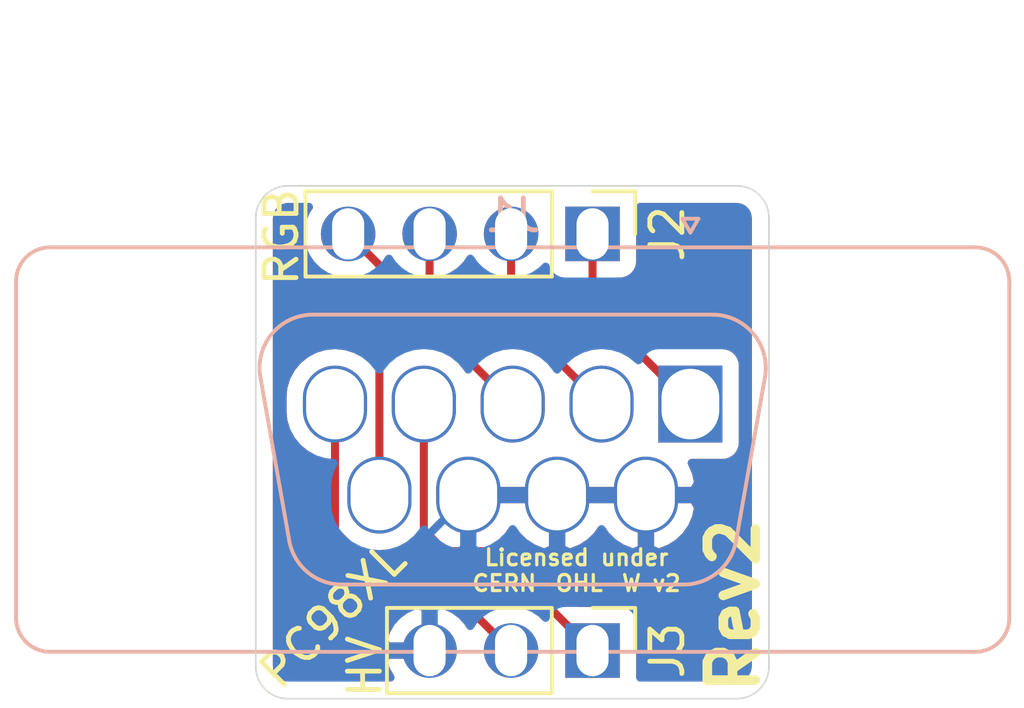
<source format=kicad_pcb>
(kicad_pcb (version 20171130) (host pcbnew "(5.1.6)-1")

  (general
    (thickness 1.6)
    (drawings 12)
    (tracks 20)
    (zones 0)
    (modules 3)
    (nets 8)
  )

  (page A4)
  (layers
    (0 F.Cu signal)
    (31 B.Cu signal)
    (32 B.Adhes user)
    (33 F.Adhes user)
    (34 B.Paste user)
    (35 F.Paste user)
    (36 B.SilkS user)
    (37 F.SilkS user)
    (38 B.Mask user)
    (39 F.Mask user)
    (40 Dwgs.User user)
    (41 Cmts.User user)
    (42 Eco1.User user)
    (43 Eco2.User user)
    (44 Edge.Cuts user)
    (45 Margin user)
    (46 B.CrtYd user)
    (47 F.CrtYd user)
    (48 B.Fab user)
    (49 F.Fab user)
  )

  (setup
    (last_trace_width 0.25)
    (trace_clearance 0.2)
    (zone_clearance 0.508)
    (zone_45_only no)
    (trace_min 0.2)
    (via_size 0.8)
    (via_drill 0.4)
    (via_min_size 0.4)
    (via_min_drill 0.3)
    (uvia_size 0.3)
    (uvia_drill 0.1)
    (uvias_allowed no)
    (uvia_min_size 0.2)
    (uvia_min_drill 0.1)
    (edge_width 0.05)
    (segment_width 0.2)
    (pcb_text_width 0.3)
    (pcb_text_size 1.5 1.5)
    (mod_edge_width 0.12)
    (mod_text_size 1 1)
    (mod_text_width 0.15)
    (pad_size 2 2.4)
    (pad_drill 1.8)
    (pad_to_mask_clearance 0.05)
    (aux_axis_origin 127 94)
    (grid_origin 127 94)
    (visible_elements 7FFFFFFF)
    (pcbplotparams
      (layerselection 0x010f0_ffffffff)
      (usegerberextensions true)
      (usegerberattributes true)
      (usegerberadvancedattributes true)
      (creategerberjobfile false)
      (excludeedgelayer true)
      (linewidth 0.100000)
      (plotframeref false)
      (viasonmask false)
      (mode 1)
      (useauxorigin false)
      (hpglpennumber 1)
      (hpglpenspeed 20)
      (hpglpendiameter 15.000000)
      (psnegative false)
      (psa4output false)
      (plotreference true)
      (plotvalue true)
      (plotinvisibletext false)
      (padsonsilk false)
      (subtractmaskfromsilk false)
      (outputformat 1)
      (mirror false)
      (drillshape 0)
      (scaleselection 1)
      (outputdirectory "gerber/"))
  )

  (net 0 "")
  (net 1 B)
  (net 2 R)
  (net 3 G)
  (net 4 V)
  (net 5 H)
  (net 6 GND)
  (net 7 SENSE)

  (net_class Default "This is the default net class."
    (clearance 0.2)
    (trace_width 0.25)
    (via_dia 0.8)
    (via_drill 0.4)
    (uvia_dia 0.3)
    (uvia_drill 0.1)
    (add_net B)
    (add_net G)
    (add_net GND)
    (add_net H)
    (add_net R)
    (add_net SENSE)
    (add_net V)
  )

  (module Connector_PinHeader_2.54mm:PinHeader_1x04_P2.54mm_Vertical (layer F.Cu) (tedit 629CF4A0) (tstamp 6299129E)
    (at 137.5 79.5 270)
    (descr "Through hole straight pin header, 1x04, 2.54mm pitch, single row")
    (tags "Through hole pin header THT 1x04 2.54mm single row")
    (path /6263C9B5)
    (fp_text reference J2 (at 0 -2.33 90) (layer F.SilkS)
      (effects (font (size 1 1) (thickness 0.15)))
    )
    (fp_text value RGB (at 0.1 9.7 90) (layer F.SilkS)
      (effects (font (size 1 1) (thickness 0.15)))
    )
    (fp_line (start 1.8 -1.8) (end -1.8 -1.8) (layer F.CrtYd) (width 0.05))
    (fp_line (start 1.8 9.4) (end 1.8 -1.8) (layer F.CrtYd) (width 0.05))
    (fp_line (start -1.8 9.4) (end 1.8 9.4) (layer F.CrtYd) (width 0.05))
    (fp_line (start -1.8 -1.8) (end -1.8 9.4) (layer F.CrtYd) (width 0.05))
    (fp_line (start -1.33 -1.33) (end 0 -1.33) (layer F.SilkS) (width 0.12))
    (fp_line (start -1.33 0) (end -1.33 -1.33) (layer F.SilkS) (width 0.12))
    (fp_line (start -1.33 1.27) (end 1.33 1.27) (layer F.SilkS) (width 0.12))
    (fp_line (start 1.33 1.27) (end 1.33 8.95) (layer F.SilkS) (width 0.12))
    (fp_line (start -1.33 1.27) (end -1.33 8.95) (layer F.SilkS) (width 0.12))
    (fp_line (start -1.33 8.95) (end 1.33 8.95) (layer F.SilkS) (width 0.12))
    (fp_line (start -1.27 -0.635) (end -0.635 -1.27) (layer F.Fab) (width 0.1))
    (fp_line (start -1.27 8.89) (end -1.27 -0.635) (layer F.Fab) (width 0.1))
    (fp_line (start 1.27 8.89) (end -1.27 8.89) (layer F.Fab) (width 0.1))
    (fp_line (start 1.27 -1.27) (end 1.27 8.89) (layer F.Fab) (width 0.1))
    (fp_line (start -0.635 -1.27) (end 1.27 -1.27) (layer F.Fab) (width 0.1))
    (fp_text user %R (at 0 3.81) (layer F.Fab)
      (effects (font (size 1 1) (thickness 0.15)))
    )
    (pad 4 thru_hole oval (at 0 7.62 270) (size 1.7 1.7) (drill oval 1.6 1) (layers *.Cu *.Mask)
      (net 7 SENSE))
    (pad 3 thru_hole oval (at 0 5.08 270) (size 1.7 1.7) (drill oval 1.6 1) (layers *.Cu *.Mask)
      (net 1 B))
    (pad 2 thru_hole oval (at 0 2.54 270) (size 1.7 1.7) (drill oval 1.6 1) (layers *.Cu *.Mask)
      (net 3 G))
    (pad 1 thru_hole rect (at 0 0 270) (size 1.7 1.7) (drill oval 1.6 1) (layers *.Cu *.Mask)
      (net 2 R))
    (model ${KISYS3DMOD}/Connector_PinHeader_2.54mm.3dshapes/PinHeader_1x04_P2.54mm_Vertical.wrl
      (at (xyz 0 0 0))
      (scale (xyz 1 1 1))
      (rotate (xyz 0 0 0))
    )
  )

  (module Connector_PinHeader_2.54mm:PinHeader_1x03_P2.54mm_Vertical (layer F.Cu) (tedit 629CF4B7) (tstamp 629931B7)
    (at 137.5 92.5 270)
    (descr "Through hole straight pin header, 1x03, 2.54mm pitch, single row")
    (tags "Through hole pin header THT 1x03 2.54mm single row")
    (path /6263D794)
    (fp_text reference J3 (at 0 -2.33 90) (layer F.SilkS)
      (effects (font (size 1 1) (thickness 0.15)))
    )
    (fp_text value HV (at 0.5 7.1 90) (layer F.SilkS)
      (effects (font (size 1 1) (thickness 0.15)))
    )
    (fp_line (start -0.635 -1.27) (end 1.27 -1.27) (layer F.Fab) (width 0.1))
    (fp_line (start 1.27 -1.27) (end 1.27 6.35) (layer F.Fab) (width 0.1))
    (fp_line (start 1.27 6.35) (end -1.27 6.35) (layer F.Fab) (width 0.1))
    (fp_line (start -1.27 6.35) (end -1.27 -0.635) (layer F.Fab) (width 0.1))
    (fp_line (start -1.27 -0.635) (end -0.635 -1.27) (layer F.Fab) (width 0.1))
    (fp_line (start -1.33 6.41) (end 1.33 6.41) (layer F.SilkS) (width 0.12))
    (fp_line (start -1.33 1.27) (end -1.33 6.41) (layer F.SilkS) (width 0.12))
    (fp_line (start 1.33 1.27) (end 1.33 6.41) (layer F.SilkS) (width 0.12))
    (fp_line (start -1.33 1.27) (end 1.33 1.27) (layer F.SilkS) (width 0.12))
    (fp_line (start -1.33 0) (end -1.33 -1.33) (layer F.SilkS) (width 0.12))
    (fp_line (start -1.33 -1.33) (end 0 -1.33) (layer F.SilkS) (width 0.12))
    (fp_line (start -1.8 -1.8) (end -1.8 6.85) (layer F.CrtYd) (width 0.05))
    (fp_line (start -1.8 6.85) (end 1.8 6.85) (layer F.CrtYd) (width 0.05))
    (fp_line (start 1.8 6.85) (end 1.8 -1.8) (layer F.CrtYd) (width 0.05))
    (fp_line (start 1.8 -1.8) (end -1.8 -1.8) (layer F.CrtYd) (width 0.05))
    (fp_text user %R (at 0 2.54) (layer F.Fab)
      (effects (font (size 1 1) (thickness 0.15)))
    )
    (pad 3 thru_hole oval (at 0 5.08 270) (size 1.7 1.7) (drill oval 1.6 1) (layers *.Cu *.Mask)
      (net 6 GND))
    (pad 2 thru_hole oval (at 0 2.54 270) (size 1.7 1.7) (drill oval 1.6 1) (layers *.Cu *.Mask)
      (net 4 V))
    (pad 1 thru_hole rect (at 0 0 270) (size 1.7 1.7) (drill oval 1.6 1) (layers *.Cu *.Mask)
      (net 5 H))
    (model ${KISYS3DMOD}/Connector_PinHeader_2.54mm.3dshapes/PinHeader_1x03_P2.54mm_Vertical.wrl
      (at (xyz 0 0 0))
      (scale (xyz 1 1 1))
      (rotate (xyz 0 0 0))
    )
  )

  (module Connector_Dsub:DSUB-9_Male_Vertical_P2.77x2.84mm (layer B.Cu) (tedit 62BB017D) (tstamp 62991286)
    (at 140.55 84.809669 180)
    (descr "9-pin D-Sub connector, straight/vertical, THT-mount, male, pitch 2.77x2.84mm, distance of mounting holes 25mm, see https://disti-assets.s3.amazonaws.com/tonar/files/datasheets/16730.pdf")
    (tags "9-pin D-Sub connector straight vertical THT male pitch 2.77x2.84mm mounting holes distance 25mm")
    (path /6299002F)
    (fp_text reference J1 (at 5.54 5.89) (layer B.SilkS)
      (effects (font (size 1 1) (thickness 0.15)) (justify mirror))
    )
    (fp_text value PC98XL (at 11.15 -6.590331 225) (layer F.SilkS)
      (effects (font (size 1 1) (thickness 0.15)))
    )
    (fp_line (start -8.885 4.83) (end 19.965 4.83) (layer B.Fab) (width 0.1))
    (fp_line (start 20.965 3.83) (end 20.965 -6.67) (layer B.Fab) (width 0.1))
    (fp_line (start 19.965 -7.67) (end -8.885 -7.67) (layer B.Fab) (width 0.1))
    (fp_line (start -9.885 -6.67) (end -9.885 3.83) (layer B.Fab) (width 0.1))
    (fp_line (start -8.885 4.89) (end 19.965 4.89) (layer B.SilkS) (width 0.12))
    (fp_line (start 21.025 3.83) (end 21.025 -6.67) (layer B.SilkS) (width 0.12))
    (fp_line (start 19.965 -7.73) (end -8.885 -7.73) (layer B.SilkS) (width 0.12))
    (fp_line (start -9.945 -6.67) (end -9.945 3.83) (layer B.SilkS) (width 0.12))
    (fp_line (start -0.25 5.784338) (end 0.25 5.784338) (layer B.SilkS) (width 0.12))
    (fp_line (start 0.25 5.784338) (end 0 5.351325) (layer B.SilkS) (width 0.12))
    (fp_line (start 0 5.351325) (end -0.25 5.784338) (layer B.SilkS) (width 0.12))
    (fp_line (start -0.703194 2.73) (end 11.783194 2.73) (layer B.Fab) (width 0.1))
    (fp_line (start 0.196073 -5.57) (end 10.883927 -5.57) (layer B.Fab) (width 0.1))
    (fp_line (start 13.358887 0.852163) (end 12.459619 -4.247837) (layer B.Fab) (width 0.1))
    (fp_line (start -2.278887 0.852163) (end -1.379619 -4.247837) (layer B.Fab) (width 0.1))
    (fp_line (start -0.691689 2.79) (end 11.771689 2.79) (layer B.SilkS) (width 0.12))
    (fp_line (start 0.207579 -5.63) (end 10.872421 -5.63) (layer B.SilkS) (width 0.12))
    (fp_line (start 13.40647 0.841744) (end 12.507202 -4.258256) (layer B.SilkS) (width 0.12))
    (fp_line (start -2.32647 0.841744) (end -1.427202 -4.258256) (layer B.SilkS) (width 0.12))
    (fp_line (start -10.4 5.35) (end -10.4 -8.2) (layer B.CrtYd) (width 0.05))
    (fp_line (start -10.4 -8.2) (end 21.5 -8.2) (layer B.CrtYd) (width 0.05))
    (fp_line (start 21.5 -8.2) (end 21.5 5.35) (layer B.CrtYd) (width 0.05))
    (fp_line (start 21.5 5.35) (end -10.4 5.35) (layer B.CrtYd) (width 0.05))
    (fp_text user %R (at 5.54 -1.42) (layer B.Fab)
      (effects (font (size 1 1) (thickness 0.15)) (justify mirror))
    )
    (fp_arc (start 10.872421 -3.97) (end 10.872421 -5.63) (angle 80) (layer B.SilkS) (width 0.12))
    (fp_arc (start 0.207579 -3.97) (end 0.207579 -5.63) (angle -80) (layer B.SilkS) (width 0.12))
    (fp_arc (start 11.771689 1.13) (end 11.771689 2.79) (angle -100) (layer B.SilkS) (width 0.12))
    (fp_arc (start -0.691689 1.13) (end -0.691689 2.79) (angle 100) (layer B.SilkS) (width 0.12))
    (fp_arc (start 10.883927 -3.97) (end 10.883927 -5.57) (angle 80) (layer B.Fab) (width 0.1))
    (fp_arc (start 0.196073 -3.97) (end 0.196073 -5.57) (angle -80) (layer B.Fab) (width 0.1))
    (fp_arc (start 11.783194 1.13) (end 11.783194 2.73) (angle -100) (layer B.Fab) (width 0.1))
    (fp_arc (start -0.703194 1.13) (end -0.703194 2.73) (angle 100) (layer B.Fab) (width 0.1))
    (fp_arc (start 19.965 -6.67) (end 21.025 -6.67) (angle -90) (layer B.SilkS) (width 0.12))
    (fp_arc (start -8.885 -6.67) (end -9.945 -6.67) (angle 90) (layer B.SilkS) (width 0.12))
    (fp_arc (start 19.965 3.83) (end 19.965 4.89) (angle -90) (layer B.SilkS) (width 0.12))
    (fp_arc (start -8.885 3.83) (end -9.945 3.83) (angle -90) (layer B.SilkS) (width 0.12))
    (fp_arc (start 19.965 -6.67) (end 20.965 -6.67) (angle -90) (layer B.Fab) (width 0.1))
    (fp_arc (start -8.885 -6.67) (end -9.885 -6.67) (angle 90) (layer B.Fab) (width 0.1))
    (fp_arc (start 19.965 3.83) (end 19.965 4.83) (angle -90) (layer B.Fab) (width 0.1))
    (fp_arc (start -8.885 3.83) (end -9.885 3.83) (angle -90) (layer B.Fab) (width 0.1))
    (pad 9 thru_hole oval (at 9.695 -2.84 180) (size 2 2.4) (drill oval 1.8 2.2) (layers *.Cu *.Mask)
      (net 7 SENSE))
    (pad 8 thru_hole oval (at 6.925 -2.84 180) (size 2 2.4) (drill oval 1.8 2.2) (layers *.Cu *.Mask)
      (net 6 GND))
    (pad 7 thru_hole oval (at 4.155 -2.84 180) (size 2 2.4) (drill oval 1.8 2.2) (layers *.Cu *.Mask)
      (net 6 GND))
    (pad 6 thru_hole oval (at 1.385 -2.84 180) (size 2 2.4) (drill oval 1.8 2.2) (layers *.Cu *.Mask)
      (net 6 GND))
    (pad 5 thru_hole oval (at 11.08 0 180) (size 2 2.4) (drill oval 1.8 2.2) (layers *.Cu *.Mask)
      (net 4 V))
    (pad 4 thru_hole oval (at 8.31 0 180) (size 2 2.4) (drill oval 1.8 2.2) (layers *.Cu *.Mask)
      (net 5 H))
    (pad 3 thru_hole oval (at 5.54 0 180) (size 2 2.4) (drill oval 1.8 2.2) (layers *.Cu *.Mask)
      (net 1 B))
    (pad 2 thru_hole oval (at 2.77 0 180) (size 2 2.4) (drill oval 1.8 2.2) (layers *.Cu *.Mask)
      (net 3 G))
    (pad 1 thru_hole rect (at 0 0 180) (size 2 2.4) (drill oval 1.8 2.2) (layers *.Cu *.Mask)
      (net 2 R))
    (model ${KISYS3DMOD}/Connector_Dsub.3dshapes/DSUB-9_Male_Vertical_P2.77x2.84mm.wrl
      (at (xyz 0 0 0))
      (scale (xyz 1 1 1))
      (rotate (xyz 0 0 0))
    )
  )

  (gr_text "Licensed under\nCERN-OHL-W v2" (at 137 90) (layer F.SilkS)
    (effects (font (size 0.5 0.5) (thickness 0.1)))
  )
  (gr_text Rev2 (at 141.9 91.1 90) (layer F.SilkS)
    (effects (font (size 1.5 1.5) (thickness 0.3)))
  )
  (gr_arc (start 142 93) (end 142 94) (angle -90) (layer Edge.Cuts) (width 0.05) (tstamp 62648917))
  (gr_arc (start 128 93) (end 127 93) (angle -90) (layer Edge.Cuts) (width 0.05) (tstamp 62648914))
  (gr_line (start 142 78) (end 128 78) (layer Edge.Cuts) (width 0.05) (tstamp 626488A0))
  (gr_line (start 142 94) (end 128 94) (layer Edge.Cuts) (width 0.05))
  (dimension 16 (width 0.15) (layer Dwgs.User)
    (gr_text "16.000 mm" (at 135 72.9) (layer Dwgs.User)
      (effects (font (size 1 1) (thickness 0.15)))
    )
    (feature1 (pts (xy 127 78) (xy 127 73.613579)))
    (feature2 (pts (xy 143 78) (xy 143 73.613579)))
    (crossbar (pts (xy 143 74.2) (xy 127 74.2)))
    (arrow1a (pts (xy 127 74.2) (xy 128.126504 73.613579)))
    (arrow1b (pts (xy 127 74.2) (xy 128.126504 74.786421)))
    (arrow2a (pts (xy 143 74.2) (xy 141.873496 73.613579)))
    (arrow2b (pts (xy 143 74.2) (xy 141.873496 74.786421)))
  )
  (dimension 16 (width 0.15) (layer Dwgs.User)
    (gr_text "16.000 mm" (at 147.9 86 270) (layer Dwgs.User)
      (effects (font (size 1 1) (thickness 0.15)))
    )
    (feature1 (pts (xy 143 94) (xy 147.186421 94)))
    (feature2 (pts (xy 143 78) (xy 147.186421 78)))
    (crossbar (pts (xy 146.6 78) (xy 146.6 94)))
    (arrow1a (pts (xy 146.6 94) (xy 146.013579 92.873496)))
    (arrow1b (pts (xy 146.6 94) (xy 147.186421 92.873496)))
    (arrow2a (pts (xy 146.6 78) (xy 146.013579 79.126504)))
    (arrow2b (pts (xy 146.6 78) (xy 147.186421 79.126504)))
  )
  (gr_arc (start 128 79) (end 128 78) (angle -90) (layer Edge.Cuts) (width 0.05) (tstamp 6257372A))
  (gr_arc (start 142 79) (end 143 79) (angle -90) (layer Edge.Cuts) (width 0.05))
  (gr_line (start 143 93) (end 143 79) (layer Edge.Cuts) (width 0.05))
  (gr_line (start 127 79) (end 127 93) (layer Edge.Cuts) (width 0.05))

  (segment (start 132.42 82.219669) (end 135.01 84.809669) (width 0.25) (layer F.Cu) (net 1))
  (segment (start 132.42 79.5) (end 132.42 82.219669) (width 0.25) (layer F.Cu) (net 1))
  (segment (start 137.5 81.759669) (end 140.55 84.809669) (width 0.25) (layer F.Cu) (net 2))
  (segment (start 137.5 79.5) (end 137.5 81.759669) (width 0.25) (layer F.Cu) (net 2))
  (segment (start 134.96 81.989669) (end 137.78 84.809669) (width 0.25) (layer F.Cu) (net 3))
  (segment (start 134.96 79.5) (end 134.96 81.989669) (width 0.25) (layer F.Cu) (net 3))
  (segment (start 134.96 92.5) (end 132.56 90.1) (width 0.25) (layer F.Cu) (net 4))
  (segment (start 132.56 90.1) (end 130.8 90.1) (width 0.25) (layer F.Cu) (net 4))
  (segment (start 129.47 88.77) (end 129.47 84.809669) (width 0.25) (layer F.Cu) (net 4))
  (segment (start 130.8 90.1) (end 129.47 88.77) (width 0.25) (layer F.Cu) (net 4))
  (segment (start 132.9 89.4) (end 132.24 88.74) (width 0.25) (layer F.Cu) (net 5))
  (segment (start 132.24 88.74) (end 132.24 84.809669) (width 0.25) (layer F.Cu) (net 5))
  (segment (start 137.5 92.5) (end 134.4 89.4) (width 0.25) (layer F.Cu) (net 5))
  (segment (start 134.4 89.4) (end 132.9 89.4) (width 0.25) (layer F.Cu) (net 5))
  (segment (start 132.42 88.854669) (end 133.625 87.649669) (width 0.25) (layer B.Cu) (net 6))
  (segment (start 132.42 92.5) (end 132.42 88.854669) (width 0.25) (layer B.Cu) (net 6))
  (segment (start 133.625 87.649669) (end 136.395 87.649669) (width 0.25) (layer B.Cu) (net 6))
  (segment (start 136.395 87.649669) (end 139.165 87.649669) (width 0.25) (layer B.Cu) (net 6))
  (segment (start 130.855 80.475) (end 129.88 79.5) (width 0.25) (layer F.Cu) (net 7))
  (segment (start 130.855 87.649669) (end 130.855 80.475) (width 0.25) (layer F.Cu) (net 7))

  (zone (net 6) (net_name GND) (layer B.Cu) (tstamp 6332B1CE) (hatch edge 0.508)
    (connect_pads (clearance 0.508))
    (min_thickness 0.254)
    (fill yes (arc_segments 32) (thermal_gap 0.508) (thermal_bridge_width 0.508))
    (polygon
      (pts
        (xy 143 94) (xy 127 94) (xy 127 78) (xy 143 78)
      )
    )
    (filled_polygon
      (pts
        (xy 128.56401 78.796589) (xy 128.452068 79.066842) (xy 128.395 79.35374) (xy 128.395 79.64626) (xy 128.452068 79.933158)
        (xy 128.56401 80.203411) (xy 128.726525 80.446632) (xy 128.933368 80.653475) (xy 129.176589 80.81599) (xy 129.446842 80.927932)
        (xy 129.73374 80.985) (xy 130.02626 80.985) (xy 130.313158 80.927932) (xy 130.583411 80.81599) (xy 130.826632 80.653475)
        (xy 131.033475 80.446632) (xy 131.15 80.27224) (xy 131.266525 80.446632) (xy 131.473368 80.653475) (xy 131.716589 80.81599)
        (xy 131.986842 80.927932) (xy 132.27374 80.985) (xy 132.56626 80.985) (xy 132.853158 80.927932) (xy 133.123411 80.81599)
        (xy 133.366632 80.653475) (xy 133.573475 80.446632) (xy 133.69 80.27224) (xy 133.806525 80.446632) (xy 134.013368 80.653475)
        (xy 134.256589 80.81599) (xy 134.526842 80.927932) (xy 134.81374 80.985) (xy 135.10626 80.985) (xy 135.393158 80.927932)
        (xy 135.663411 80.81599) (xy 135.906632 80.653475) (xy 136.038487 80.52162) (xy 136.060498 80.59418) (xy 136.119463 80.704494)
        (xy 136.198815 80.801185) (xy 136.295506 80.880537) (xy 136.40582 80.939502) (xy 136.525518 80.975812) (xy 136.65 80.988072)
        (xy 138.35 80.988072) (xy 138.474482 80.975812) (xy 138.59418 80.939502) (xy 138.704494 80.880537) (xy 138.801185 80.801185)
        (xy 138.880537 80.704494) (xy 138.939502 80.59418) (xy 138.975812 80.474482) (xy 138.988072 80.35) (xy 138.988072 78.66)
        (xy 141.967721 78.66) (xy 142.065424 78.66958) (xy 142.128356 78.68858) (xy 142.186405 78.719445) (xy 142.237343 78.760989)
        (xy 142.279248 78.811644) (xy 142.310515 78.869471) (xy 142.329956 78.932272) (xy 142.340001 79.027845) (xy 142.34 92.967721)
        (xy 142.33042 93.065424) (xy 142.31142 93.128357) (xy 142.280554 93.186406) (xy 142.239011 93.237343) (xy 142.188356 93.279248)
        (xy 142.130529 93.310515) (xy 142.067728 93.329956) (xy 141.972165 93.34) (xy 138.988072 93.34) (xy 138.988072 91.65)
        (xy 138.975812 91.525518) (xy 138.939502 91.40582) (xy 138.880537 91.295506) (xy 138.801185 91.198815) (xy 138.704494 91.119463)
        (xy 138.59418 91.060498) (xy 138.474482 91.024188) (xy 138.35 91.011928) (xy 136.65 91.011928) (xy 136.525518 91.024188)
        (xy 136.40582 91.060498) (xy 136.295506 91.119463) (xy 136.198815 91.198815) (xy 136.119463 91.295506) (xy 136.060498 91.40582)
        (xy 136.038487 91.47838) (xy 135.906632 91.346525) (xy 135.663411 91.18401) (xy 135.393158 91.072068) (xy 135.10626 91.015)
        (xy 134.81374 91.015) (xy 134.526842 91.072068) (xy 134.256589 91.18401) (xy 134.013368 91.346525) (xy 133.806525 91.553368)
        (xy 133.684805 91.735534) (xy 133.615178 91.618645) (xy 133.420269 91.402412) (xy 133.18692 91.228359) (xy 132.924099 91.103175)
        (xy 132.77689 91.058524) (xy 132.547 91.179845) (xy 132.547 92.373) (xy 132.567 92.373) (xy 132.567 92.627)
        (xy 132.547 92.627) (xy 132.547 92.647) (xy 132.293 92.647) (xy 132.293 92.627) (xy 131.099186 92.627)
        (xy 130.978519 92.856891) (xy 131.075843 93.131252) (xy 131.200188 93.34) (xy 128.032279 93.34) (xy 127.934576 93.33042)
        (xy 127.871643 93.31142) (xy 127.813594 93.280554) (xy 127.762657 93.239011) (xy 127.720752 93.188356) (xy 127.689485 93.130529)
        (xy 127.670044 93.067728) (xy 127.66 92.972165) (xy 127.66 92.143109) (xy 130.978519 92.143109) (xy 131.099186 92.373)
        (xy 132.293 92.373) (xy 132.293 91.179845) (xy 132.06311 91.058524) (xy 131.915901 91.103175) (xy 131.65308 91.228359)
        (xy 131.419731 91.402412) (xy 131.224822 91.618645) (xy 131.075843 91.868748) (xy 130.978519 92.143109) (xy 127.66 92.143109)
        (xy 127.66 84.529347) (xy 127.835 84.529347) (xy 127.835 85.08999) (xy 127.858657 85.330184) (xy 127.952148 85.638383)
        (xy 128.103969 85.92242) (xy 128.308286 86.171383) (xy 128.557248 86.3757) (xy 128.841285 86.527521) (xy 129.149484 86.621012)
        (xy 129.429289 86.64857) (xy 129.337148 86.820954) (xy 129.243657 87.129153) (xy 129.22 87.369347) (xy 129.22 87.92999)
        (xy 129.243657 88.170184) (xy 129.337148 88.478383) (xy 129.488969 88.76242) (xy 129.693286 89.011383) (xy 129.942248 89.2157)
        (xy 130.226285 89.367521) (xy 130.534484 89.461012) (xy 130.855 89.49258) (xy 131.175515 89.461012) (xy 131.483714 89.367521)
        (xy 131.767751 89.2157) (xy 132.016714 89.011383) (xy 132.221031 88.762421) (xy 132.243534 88.720322) (xy 132.372752 88.907824)
        (xy 132.603249 89.131793) (xy 132.873012 89.306491) (xy 133.171673 89.425204) (xy 133.244566 89.439793) (xy 133.498 89.320446)
        (xy 133.498 87.776669) (xy 133.752 87.776669) (xy 133.752 89.320446) (xy 134.005434 89.439793) (xy 134.078327 89.425204)
        (xy 134.376988 89.306491) (xy 134.646751 89.131793) (xy 134.877248 88.907824) (xy 135.01 88.715194) (xy 135.142752 88.907824)
        (xy 135.373249 89.131793) (xy 135.643012 89.306491) (xy 135.941673 89.425204) (xy 136.014566 89.439793) (xy 136.268 89.320446)
        (xy 136.268 87.776669) (xy 136.522 87.776669) (xy 136.522 89.320446) (xy 136.775434 89.439793) (xy 136.848327 89.425204)
        (xy 137.146988 89.306491) (xy 137.416751 89.131793) (xy 137.647248 88.907824) (xy 137.78 88.715194) (xy 137.912752 88.907824)
        (xy 138.143249 89.131793) (xy 138.413012 89.306491) (xy 138.711673 89.425204) (xy 138.784566 89.439793) (xy 139.038 89.320446)
        (xy 139.038 87.776669) (xy 139.292 87.776669) (xy 139.292 89.320446) (xy 139.545434 89.439793) (xy 139.618327 89.425204)
        (xy 139.916988 89.306491) (xy 140.186751 89.131793) (xy 140.417248 88.907824) (xy 140.599622 88.64319) (xy 140.726864 88.348062)
        (xy 140.794085 88.033781) (xy 140.64408 87.776669) (xy 139.292 87.776669) (xy 139.038 87.776669) (xy 136.522 87.776669)
        (xy 136.268 87.776669) (xy 133.752 87.776669) (xy 133.498 87.776669) (xy 133.478 87.776669) (xy 133.478 87.522669)
        (xy 133.498 87.522669) (xy 133.498 87.502669) (xy 133.752 87.502669) (xy 133.752 87.522669) (xy 136.268 87.522669)
        (xy 136.268 87.502669) (xy 136.522 87.502669) (xy 136.522 87.522669) (xy 139.038 87.522669) (xy 139.038 87.502669)
        (xy 139.292 87.502669) (xy 139.292 87.522669) (xy 140.64408 87.522669) (xy 140.794085 87.265557) (xy 140.726864 86.951276)
        (xy 140.599622 86.656148) (xy 140.593828 86.647741) (xy 141.55 86.647741) (xy 141.674482 86.635481) (xy 141.79418 86.599171)
        (xy 141.904494 86.540206) (xy 142.001185 86.460854) (xy 142.080537 86.364163) (xy 142.139502 86.253849) (xy 142.175812 86.134151)
        (xy 142.188072 86.009669) (xy 142.188072 83.609669) (xy 142.175812 83.485187) (xy 142.139502 83.365489) (xy 142.080537 83.255175)
        (xy 142.001185 83.158484) (xy 141.904494 83.079132) (xy 141.79418 83.020167) (xy 141.674482 82.983857) (xy 141.55 82.971597)
        (xy 139.55 82.971597) (xy 139.425518 82.983857) (xy 139.30582 83.020167) (xy 139.195506 83.079132) (xy 139.098815 83.158484)
        (xy 139.019463 83.255175) (xy 138.960498 83.365489) (xy 138.936724 83.44386) (xy 138.692752 83.243638) (xy 138.408715 83.091817)
        (xy 138.100516 82.998326) (xy 137.78 82.966758) (xy 137.459485 82.998326) (xy 137.151286 83.091817) (xy 136.867249 83.243638)
        (xy 136.618286 83.447955) (xy 136.413969 83.696917) (xy 136.395 83.732406) (xy 136.376031 83.696917) (xy 136.171714 83.447955)
        (xy 135.922752 83.243638) (xy 135.638715 83.091817) (xy 135.330516 82.998326) (xy 135.01 82.966758) (xy 134.689485 82.998326)
        (xy 134.381286 83.091817) (xy 134.097249 83.243638) (xy 133.848286 83.447955) (xy 133.643969 83.696917) (xy 133.625 83.732406)
        (xy 133.606031 83.696917) (xy 133.401714 83.447955) (xy 133.152752 83.243638) (xy 132.868715 83.091817) (xy 132.560516 82.998326)
        (xy 132.24 82.966758) (xy 131.919485 82.998326) (xy 131.611286 83.091817) (xy 131.327249 83.243638) (xy 131.078286 83.447955)
        (xy 130.873969 83.696917) (xy 130.855 83.732406) (xy 130.836031 83.696917) (xy 130.631714 83.447955) (xy 130.382752 83.243638)
        (xy 130.098715 83.091817) (xy 129.790516 82.998326) (xy 129.47 82.966758) (xy 129.149485 82.998326) (xy 128.841286 83.091817)
        (xy 128.557249 83.243638) (xy 128.308286 83.447955) (xy 128.103969 83.696917) (xy 127.952148 83.980954) (xy 127.858657 84.289153)
        (xy 127.835 84.529347) (xy 127.66 84.529347) (xy 127.66 79.032279) (xy 127.66958 78.934576) (xy 127.68858 78.871644)
        (xy 127.719445 78.813595) (xy 127.760989 78.762657) (xy 127.811644 78.720752) (xy 127.869471 78.689485) (xy 127.932272 78.670044)
        (xy 128.027835 78.66) (xy 128.655276 78.66)
      )
    )
  )
  (zone (net 6) (net_name GND) (layer F.Cu) (tstamp 6332B1CB) (hatch edge 0.508)
    (connect_pads (clearance 0.508))
    (min_thickness 0.254)
    (fill yes (arc_segments 32) (thermal_gap 0.508) (thermal_bridge_width 0.508))
    (polygon
      (pts
        (xy 143 94) (xy 127 94) (xy 127 78) (xy 143 78)
      )
    )
    (filled_polygon
      (pts
        (xy 142.065424 78.66958) (xy 142.128356 78.68858) (xy 142.186405 78.719445) (xy 142.237343 78.760989) (xy 142.279248 78.811644)
        (xy 142.310515 78.869471) (xy 142.329956 78.932272) (xy 142.340001 79.027845) (xy 142.34 92.967721) (xy 142.33042 93.065424)
        (xy 142.31142 93.128357) (xy 142.280554 93.186406) (xy 142.239011 93.237343) (xy 142.188356 93.279248) (xy 142.130529 93.310515)
        (xy 142.067728 93.329956) (xy 141.972165 93.34) (xy 138.988072 93.34) (xy 138.988072 91.65) (xy 138.975812 91.525518)
        (xy 138.939502 91.40582) (xy 138.880537 91.295506) (xy 138.801185 91.198815) (xy 138.704494 91.119463) (xy 138.59418 91.060498)
        (xy 138.474482 91.024188) (xy 138.35 91.011928) (xy 137.08673 91.011928) (xy 134.963804 88.889003) (xy 134.940001 88.859999)
        (xy 134.92097 88.844381) (xy 135.01 88.715194) (xy 135.142752 88.907824) (xy 135.373249 89.131793) (xy 135.643012 89.306491)
        (xy 135.941673 89.425204) (xy 136.014566 89.439793) (xy 136.268 89.320446) (xy 136.268 87.776669) (xy 136.522 87.776669)
        (xy 136.522 89.320446) (xy 136.775434 89.439793) (xy 136.848327 89.425204) (xy 137.146988 89.306491) (xy 137.416751 89.131793)
        (xy 137.647248 88.907824) (xy 137.78 88.715194) (xy 137.912752 88.907824) (xy 138.143249 89.131793) (xy 138.413012 89.306491)
        (xy 138.711673 89.425204) (xy 138.784566 89.439793) (xy 139.038 89.320446) (xy 139.038 87.776669) (xy 139.292 87.776669)
        (xy 139.292 89.320446) (xy 139.545434 89.439793) (xy 139.618327 89.425204) (xy 139.916988 89.306491) (xy 140.186751 89.131793)
        (xy 140.417248 88.907824) (xy 140.599622 88.64319) (xy 140.726864 88.348062) (xy 140.794085 88.033781) (xy 140.64408 87.776669)
        (xy 139.292 87.776669) (xy 139.038 87.776669) (xy 136.522 87.776669) (xy 136.268 87.776669) (xy 133.752 87.776669)
        (xy 133.752 87.796669) (xy 133.498 87.796669) (xy 133.498 87.776669) (xy 133.478 87.776669) (xy 133.478 87.522669)
        (xy 133.498 87.522669) (xy 133.498 87.502669) (xy 133.752 87.502669) (xy 133.752 87.522669) (xy 136.268 87.522669)
        (xy 136.268 87.502669) (xy 136.522 87.502669) (xy 136.522 87.522669) (xy 139.038 87.522669) (xy 139.038 87.502669)
        (xy 139.292 87.502669) (xy 139.292 87.522669) (xy 140.64408 87.522669) (xy 140.794085 87.265557) (xy 140.726864 86.951276)
        (xy 140.599622 86.656148) (xy 140.593828 86.647741) (xy 141.55 86.647741) (xy 141.674482 86.635481) (xy 141.79418 86.599171)
        (xy 141.904494 86.540206) (xy 142.001185 86.460854) (xy 142.080537 86.364163) (xy 142.139502 86.253849) (xy 142.175812 86.134151)
        (xy 142.188072 86.009669) (xy 142.188072 83.609669) (xy 142.175812 83.485187) (xy 142.139502 83.365489) (xy 142.080537 83.255175)
        (xy 142.001185 83.158484) (xy 141.904494 83.079132) (xy 141.79418 83.020167) (xy 141.674482 82.983857) (xy 141.55 82.971597)
        (xy 139.78673 82.971597) (xy 138.26 81.444868) (xy 138.26 80.988072) (xy 138.35 80.988072) (xy 138.474482 80.975812)
        (xy 138.59418 80.939502) (xy 138.704494 80.880537) (xy 138.801185 80.801185) (xy 138.880537 80.704494) (xy 138.939502 80.59418)
        (xy 138.975812 80.474482) (xy 138.988072 80.35) (xy 138.988072 78.66) (xy 141.967721 78.66)
      )
    )
    (filled_polygon
      (pts
        (xy 128.56401 78.796589) (xy 128.452068 79.066842) (xy 128.395 79.35374) (xy 128.395 79.64626) (xy 128.452068 79.933158)
        (xy 128.56401 80.203411) (xy 128.726525 80.446632) (xy 128.933368 80.653475) (xy 129.176589 80.81599) (xy 129.446842 80.927932)
        (xy 129.73374 80.985) (xy 130.02626 80.985) (xy 130.095001 80.971326) (xy 130.095001 83.09069) (xy 129.790516 82.998326)
        (xy 129.47 82.966758) (xy 129.149485 82.998326) (xy 128.841286 83.091817) (xy 128.557249 83.243638) (xy 128.308286 83.447955)
        (xy 128.103969 83.696917) (xy 127.952148 83.980954) (xy 127.858657 84.289153) (xy 127.835 84.529347) (xy 127.835 85.08999)
        (xy 127.858657 85.330184) (xy 127.952148 85.638383) (xy 128.103969 85.92242) (xy 128.308286 86.171383) (xy 128.557248 86.3757)
        (xy 128.710001 86.457348) (xy 128.71 88.732677) (xy 128.706324 88.77) (xy 128.71 88.807322) (xy 128.71 88.807332)
        (xy 128.720997 88.918985) (xy 128.749025 89.011383) (xy 128.764454 89.062246) (xy 128.835026 89.194276) (xy 128.874871 89.242826)
        (xy 128.929999 89.310001) (xy 128.959003 89.333804) (xy 130.2362 90.611002) (xy 130.259999 90.640001) (xy 130.288997 90.663799)
        (xy 130.375723 90.734974) (xy 130.507753 90.805546) (xy 130.651014 90.849003) (xy 130.762667 90.86) (xy 130.762676 90.86)
        (xy 130.799999 90.863676) (xy 130.837322 90.86) (xy 132.245199 90.86) (xy 132.400199 91.015) (xy 132.292998 91.015)
        (xy 132.292998 91.179844) (xy 132.06311 91.058524) (xy 131.915901 91.103175) (xy 131.65308 91.228359) (xy 131.419731 91.402412)
        (xy 131.224822 91.618645) (xy 131.075843 91.868748) (xy 130.978519 92.143109) (xy 131.099186 92.373) (xy 132.293 92.373)
        (xy 132.293 92.353) (xy 132.547 92.353) (xy 132.547 92.373) (xy 132.567 92.373) (xy 132.567 92.627)
        (xy 132.547 92.627) (xy 132.547 92.647) (xy 132.293 92.647) (xy 132.293 92.627) (xy 131.099186 92.627)
        (xy 130.978519 92.856891) (xy 131.075843 93.131252) (xy 131.200188 93.34) (xy 128.032279 93.34) (xy 127.934576 93.33042)
        (xy 127.871643 93.31142) (xy 127.813594 93.280554) (xy 127.762657 93.239011) (xy 127.720752 93.188356) (xy 127.689485 93.130529)
        (xy 127.670044 93.067728) (xy 127.66 92.972165) (xy 127.66 79.032279) (xy 127.66958 78.934576) (xy 127.68858 78.871644)
        (xy 127.719445 78.813595) (xy 127.760989 78.762657) (xy 127.811644 78.720752) (xy 127.869471 78.689485) (xy 127.932272 78.670044)
        (xy 128.027835 78.66) (xy 128.655276 78.66)
      )
    )
  )
)

</source>
